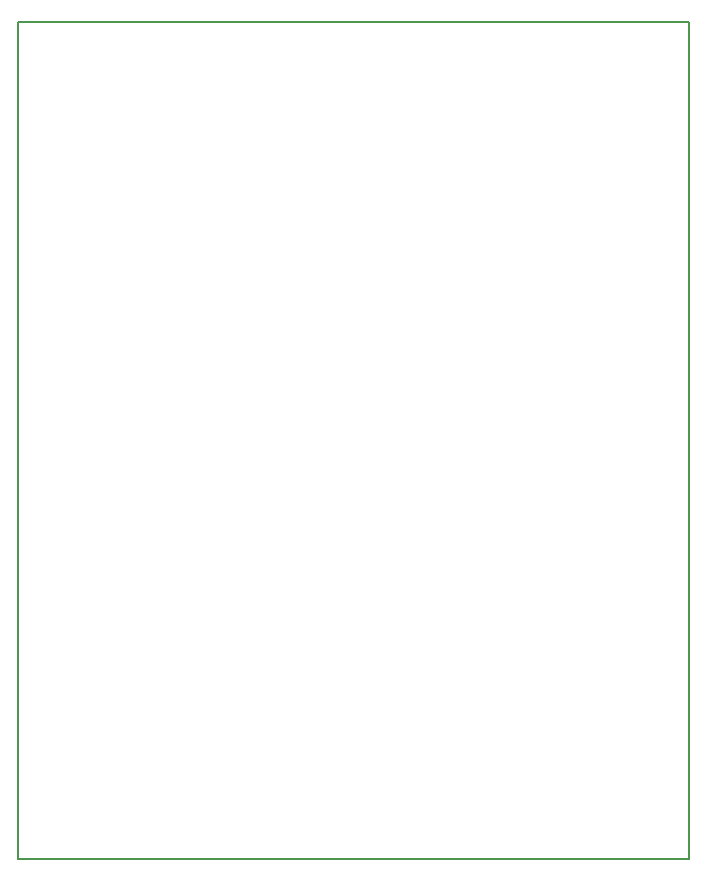
<source format=gm1>
G04 #@! TF.GenerationSoftware,KiCad,Pcbnew,6.0.5-a6ca702e91~116~ubuntu20.04.1*
G04 #@! TF.CreationDate,2022-05-18T21:18:04+02:00*
G04 #@! TF.ProjectId,Power Supply,506f7765-7220-4537-9570-706c792e6b69,rev?*
G04 #@! TF.SameCoordinates,Original*
G04 #@! TF.FileFunction,Profile,NP*
%FSLAX46Y46*%
G04 Gerber Fmt 4.6, Leading zero omitted, Abs format (unit mm)*
G04 Created by KiCad (PCBNEW 6.0.5-a6ca702e91~116~ubuntu20.04.1) date 2022-05-18 21:18:04*
%MOMM*%
%LPD*%
G01*
G04 APERTURE LIST*
G04 #@! TA.AperFunction,Profile*
%ADD10C,0.150000*%
G04 #@! TD*
G04 APERTURE END LIST*
D10*
X93200000Y-140410000D02*
X93200000Y-69500000D01*
X150000000Y-140410000D02*
X93200000Y-140410000D01*
X93200000Y-69500000D02*
X150000000Y-69500000D01*
X150000000Y-69500000D02*
X150000000Y-140410000D01*
M02*

</source>
